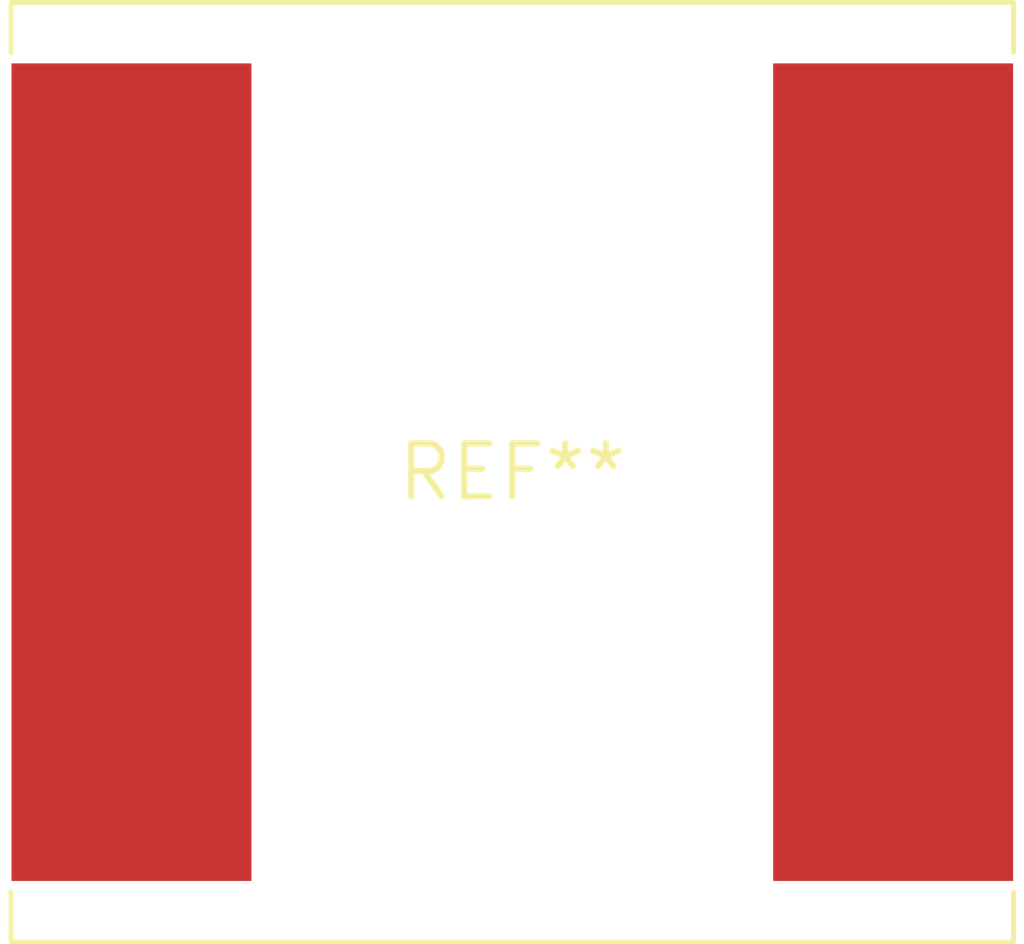
<source format=kicad_pcb>
(kicad_pcb (version 20240108) (generator pcbnew)
  (layers (0 "F.Cu" signal) (31 "B.Cu" signal) (34 "B.Paste" user) (35 "F.Paste" user) (36 "B.SilkS" user "B.Silkscreen") (37 "F.SilkS" user "F.Silkscreen") (38 "B.Mask" user) (39 "F.Mask" user) (44 "Edge.Cuts" user))
  (net 0 "")
  (footprint "L_Sunlord_MWSA2213S" (layer "F.Cu") (at 0 0)
    (property "Reference" "REF**")
    (property "Value" "L_Sunlord_MWSA2213S")
    (fp_line (start -12.01 -11.26) (end -12.01 -10.06) (layer "F.SilkS") (stroke (width 0.12)))
    (fp_line (start -12.01 -11.26) (end 12.01 -11.26) (layer "F.SilkS") (stroke (width 0.12)))
    (fp_line (start -12.01 11.26) (end -12.01 10.06) (layer "F.SilkS") (stroke (width 0.12)))
    (fp_line (start -12.01 11.26) (end 12.01 11.26) (layer "F.SilkS") (stroke (width 0.12)))
    (fp_line (start 12.01 -11.26) (end 12.01 -10.06) (layer "F.SilkS") (stroke (width 0.12)))
    (fp_line (start 12.01 11.26) (end 12.01 10.06) (layer "F.SilkS") (stroke (width 0.12)))
    (pad "1" smd rect (at -9.125 0) (size 5.75 19.6) (layers "F.Cu" "F.Paste" "F.Mask"))
    (pad "2" smd rect (at 9.125 0) (size 5.75 19.6) (layers "F.Cu" "F.Paste" "F.Mask"))
  )
)
</source>
